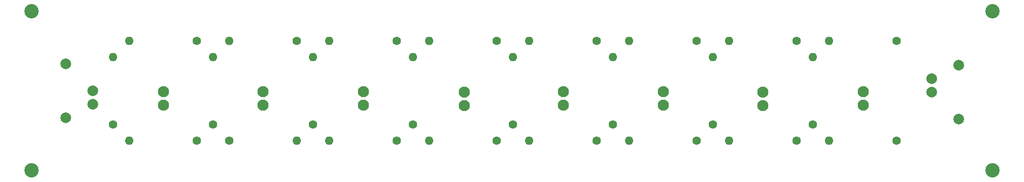
<source format=gbr>
%TF.GenerationSoftware,KiCad,Pcbnew,9.0.0*%
%TF.CreationDate,2025-08-17T09:20:06-07:00*%
%TF.ProjectId,FoxHuntAttenuator,466f7848-756e-4744-9174-74656e756174,rev?*%
%TF.SameCoordinates,Original*%
%TF.FileFunction,Soldermask,Top*%
%TF.FilePolarity,Negative*%
%FSLAX46Y46*%
G04 Gerber Fmt 4.6, Leading zero omitted, Abs format (unit mm)*
G04 Created by KiCad (PCBNEW 9.0.0) date 2025-08-17 09:20:06*
%MOMM*%
%LPD*%
G01*
G04 APERTURE LIST*
%ADD10C,1.600000*%
%ADD11O,1.600000X1.600000*%
%ADD12C,2.000000*%
%ADD13C,2.100000*%
%ADD14C,2.700000*%
G04 APERTURE END LIST*
D10*
%TO.C,R1*%
X104140000Y-129794000D03*
D11*
X91440000Y-129794000D03*
%TD*%
D10*
%TO.C,R23*%
X219964000Y-126746000D03*
D11*
X219964000Y-114046000D03*
%TD*%
D10*
%TO.C,R19*%
X216916000Y-129794000D03*
D11*
X204216000Y-129794000D03*
%TD*%
D10*
%TO.C,R21*%
X216916000Y-110998000D03*
D11*
X204216000Y-110998000D03*
%TD*%
D10*
%TO.C,R17*%
X182372000Y-126746000D03*
D11*
X182372000Y-114046000D03*
%TD*%
D10*
%TO.C,R3*%
X104140000Y-110998000D03*
D11*
X91440000Y-110998000D03*
%TD*%
D12*
%TO.C,J1*%
X79512000Y-125456000D03*
X79502000Y-115316000D03*
X84582000Y-120396000D03*
X84572000Y-122946000D03*
%TD*%
D10*
%TO.C,R11*%
X144790000Y-126760000D03*
D11*
X144790000Y-114060000D03*
%TD*%
D13*
%TO.C,SW4*%
X154432000Y-123140000D03*
X154432000Y-120650000D03*
%TD*%
D10*
%TO.C,R16*%
X198120000Y-129794000D03*
D11*
X185420000Y-129794000D03*
%TD*%
D13*
%TO.C,SW5*%
X173074000Y-123074000D03*
X173074000Y-120584000D03*
%TD*%
D10*
%TO.C,R12*%
X160528000Y-110998000D03*
D11*
X147828000Y-110998000D03*
%TD*%
D10*
%TO.C,R20*%
X201168000Y-126746000D03*
D11*
X201168000Y-114046000D03*
%TD*%
D10*
%TO.C,R10*%
X160528000Y-129794000D03*
D11*
X147828000Y-129794000D03*
%TD*%
D10*
%TO.C,R14*%
X163576000Y-126746000D03*
D11*
X163576000Y-114046000D03*
%TD*%
D13*
%TO.C,SW8*%
X229462000Y-123074000D03*
X229462000Y-120584000D03*
%TD*%
D10*
%TO.C,R8*%
X125984000Y-126746000D03*
D11*
X125984000Y-114046000D03*
%TD*%
D10*
%TO.C,R5*%
X107188000Y-126750000D03*
D11*
X107188000Y-114050000D03*
%TD*%
D10*
%TO.C,R2*%
X88392000Y-126746000D03*
D11*
X88392000Y-114046000D03*
%TD*%
D13*
%TO.C,SW7*%
X210566000Y-123140000D03*
X210566000Y-120650000D03*
%TD*%
%TO.C,SW6*%
X191870000Y-123074000D03*
X191870000Y-120584000D03*
%TD*%
D14*
%TO.C,H1*%
X253800000Y-105400000D03*
%TD*%
D12*
%TO.C,J2*%
X247386000Y-115590000D03*
X247396000Y-125730000D03*
X242316000Y-120650000D03*
X242326000Y-118100000D03*
%TD*%
D13*
%TO.C,SW1*%
X97890000Y-123074000D03*
X97890000Y-120584000D03*
%TD*%
D14*
%TO.C,H2*%
X253800000Y-135400000D03*
%TD*%
D10*
%TO.C,R6*%
X122936000Y-110998000D03*
D11*
X110236000Y-110998000D03*
%TD*%
D10*
%TO.C,R24*%
X235712000Y-110998000D03*
D11*
X223012000Y-110998000D03*
%TD*%
D10*
%TO.C,R7*%
X141730000Y-129790000D03*
D11*
X129030000Y-129790000D03*
%TD*%
D10*
%TO.C,R4*%
X110236000Y-129794000D03*
D11*
X122936000Y-129794000D03*
%TD*%
D10*
%TO.C,R22*%
X235712000Y-129794000D03*
D11*
X223012000Y-129794000D03*
%TD*%
D10*
%TO.C,R13*%
X179324000Y-129794000D03*
D11*
X166624000Y-129794000D03*
%TD*%
D13*
%TO.C,SW2*%
X116586000Y-123074000D03*
X116586000Y-120584000D03*
%TD*%
%TO.C,SW3*%
X135482000Y-123074000D03*
X135482000Y-120584000D03*
%TD*%
D14*
%TO.C,H3*%
X73100000Y-135400000D03*
%TD*%
D10*
%TO.C,R9*%
X141740000Y-111000000D03*
D11*
X129040000Y-111000000D03*
%TD*%
D10*
%TO.C,R18*%
X198120000Y-110998000D03*
D11*
X185420000Y-110998000D03*
%TD*%
D10*
%TO.C,R15*%
X179324000Y-110998000D03*
D11*
X166624000Y-110998000D03*
%TD*%
D14*
%TO.C,H4*%
X73100000Y-105400000D03*
%TD*%
M02*

</source>
